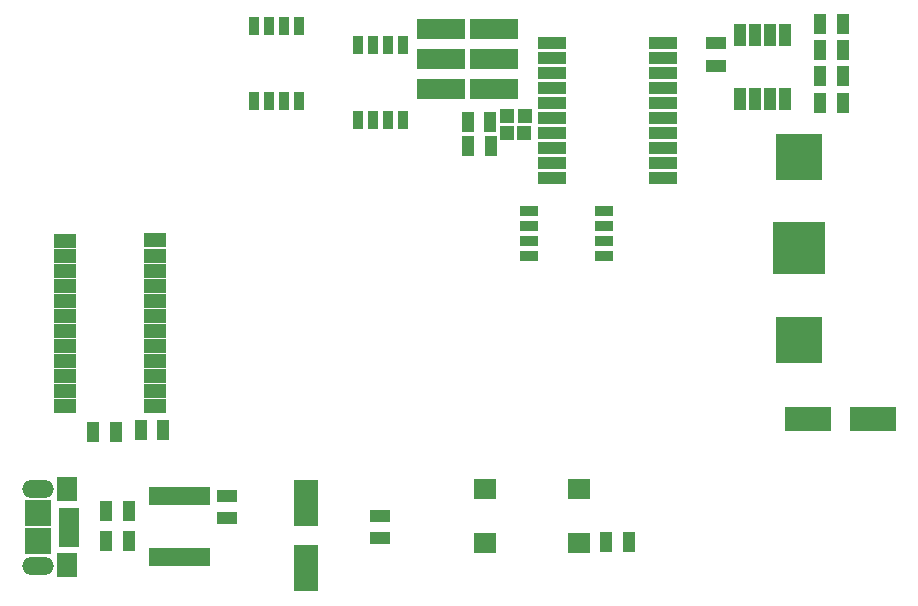
<source format=gbr>
G04 #@! TF.FileFunction,Soldermask,Top*
%FSLAX46Y46*%
G04 Gerber Fmt 4.6, Leading zero omitted, Abs format (unit mm)*
G04 Created by KiCad (PCBNEW (2016-05-05 BZR 6775)-product) date Saturday, June 04, 2016 'PMt' 10:04:22 PM*
%MOMM*%
%LPD*%
G01*
G04 APERTURE LIST*
%ADD10C,0.100000*%
%ADD11R,4.400000X4.400000*%
%ADD12R,4.000000X3.900000*%
%ADD13R,1.924000X1.162000*%
%ADD14R,4.080000X1.670000*%
%ADD15R,1.000000X1.950000*%
%ADD16R,3.999180X2.000200*%
%ADD17R,1.700000X1.100000*%
%ADD18R,1.100000X1.700000*%
%ADD19R,1.543000X0.908000*%
%ADD20R,2.350000X1.000000*%
%ADD21R,2.000200X3.999180*%
%ADD22R,0.908000X1.543000*%
%ADD23R,1.950000X1.700000*%
%ADD24R,1.197560X1.197560*%
%ADD25R,1.750000X0.800000*%
%ADD26R,1.800000X2.000000*%
%ADD27R,2.300000X2.300000*%
%ADD28O,2.700000X1.520000*%
%ADD29R,0.800000X1.600000*%
G04 APERTURE END LIST*
D10*
D11*
X167576500Y-122428000D03*
D12*
X167576500Y-130178000D03*
X167576500Y-114678000D03*
D13*
X113030000Y-135826500D03*
X113030000Y-134556500D03*
X113030000Y-133286500D03*
X113030000Y-132016500D03*
X113030000Y-130746500D03*
X113030000Y-129476500D03*
X113030000Y-128206500D03*
X113030000Y-126936500D03*
X113030000Y-125666500D03*
X113030000Y-124396500D03*
X113030000Y-123126500D03*
X113030000Y-121729500D03*
X105410000Y-135826500D03*
X105410000Y-134556500D03*
X105410000Y-133286500D03*
X105410000Y-132016500D03*
X105410000Y-130746500D03*
X105410000Y-129476500D03*
X105410000Y-128206500D03*
X105410000Y-126936500D03*
X105410000Y-125666500D03*
X105410000Y-124396500D03*
X105410000Y-123126500D03*
X105410000Y-121856500D03*
D14*
X141727000Y-103886000D03*
X141727000Y-106426000D03*
X141727000Y-108966000D03*
X137287000Y-108966000D03*
X137287000Y-106426000D03*
X137287000Y-103886000D03*
D15*
X166370000Y-104361000D03*
X165100000Y-104361000D03*
X163830000Y-104361000D03*
X162560000Y-104361000D03*
X162560000Y-109761000D03*
X163830000Y-109761000D03*
X165100000Y-109761000D03*
X166370000Y-109761000D03*
D16*
X168318180Y-136906000D03*
X173819820Y-136906000D03*
D17*
X132080000Y-145100000D03*
X132080000Y-147000000D03*
D18*
X111826000Y-137795000D03*
X113726000Y-137795000D03*
D19*
X151066500Y-119253000D03*
X151066500Y-120523000D03*
X151066500Y-121793000D03*
X151066500Y-123063000D03*
X144716500Y-123063000D03*
X144716500Y-121793000D03*
X144716500Y-120523000D03*
X144716500Y-119253000D03*
D20*
X146684000Y-105029000D03*
X146684000Y-106299000D03*
X146684000Y-107569000D03*
X146684000Y-108839000D03*
X146684000Y-110109000D03*
X146684000Y-111379000D03*
X146684000Y-112649000D03*
X146684000Y-113919000D03*
X146684000Y-115189000D03*
X146684000Y-116459000D03*
X156084000Y-116459000D03*
X156084000Y-115189000D03*
X156084000Y-113919000D03*
X156084000Y-112649000D03*
X156084000Y-111379000D03*
X156084000Y-110109000D03*
X156084000Y-108839000D03*
X156084000Y-107569000D03*
X156084000Y-106299000D03*
X156084000Y-105029000D03*
D21*
X125793500Y-143997680D03*
X125793500Y-149499320D03*
D22*
X134048500Y-111569500D03*
X132778500Y-111569500D03*
X131508500Y-111569500D03*
X130238500Y-111569500D03*
X130238500Y-105219500D03*
X131508500Y-105219500D03*
X132778500Y-105219500D03*
X134048500Y-105219500D03*
D18*
X169357000Y-103441500D03*
X171257000Y-103441500D03*
D23*
X140995500Y-147347500D03*
X140995500Y-142847500D03*
X148945500Y-142847500D03*
X148945500Y-147347500D03*
D18*
X139575500Y-113792000D03*
X141475500Y-113792000D03*
D24*
X142824200Y-112649000D03*
X144322800Y-112649000D03*
X142887700Y-111252000D03*
X144386300Y-111252000D03*
D18*
X139512000Y-111760000D03*
X141412000Y-111760000D03*
X153159500Y-147320000D03*
X151259500Y-147320000D03*
X171257000Y-105664000D03*
X169357000Y-105664000D03*
X171257000Y-107886500D03*
X169357000Y-107886500D03*
X107825500Y-137985500D03*
X109725500Y-137985500D03*
X108905000Y-144653000D03*
X110805000Y-144653000D03*
D22*
X125222000Y-109982000D03*
X123952000Y-109982000D03*
X122682000Y-109982000D03*
X121412000Y-109982000D03*
X121412000Y-103632000D03*
X122682000Y-103632000D03*
X123952000Y-103632000D03*
X125222000Y-103632000D03*
D18*
X108905000Y-147193000D03*
X110805000Y-147193000D03*
D25*
X105799000Y-147350000D03*
X105799000Y-146700000D03*
X105799000Y-144750000D03*
X105799000Y-145400000D03*
D26*
X105574000Y-142850000D03*
D27*
X103124000Y-144850000D03*
D28*
X103124000Y-142795000D03*
X103124000Y-149305000D03*
D27*
X103124000Y-147250000D03*
D26*
X105574000Y-149250000D03*
D25*
X105799000Y-146050000D03*
D17*
X119126000Y-143385500D03*
X119126000Y-145285500D03*
D29*
X112903000Y-148586500D03*
X113538000Y-148586500D03*
X114173000Y-148586500D03*
X114808000Y-148586500D03*
X115443000Y-148586500D03*
X116078000Y-148586500D03*
X116713000Y-148586500D03*
X117348000Y-148586500D03*
X117348000Y-143386500D03*
X116713000Y-143386500D03*
X116078000Y-143386500D03*
X115443000Y-143386500D03*
X114808000Y-143386500D03*
X114173000Y-143386500D03*
X113538000Y-143386500D03*
X112903000Y-143386500D03*
D18*
X171257000Y-110172500D03*
X169357000Y-110172500D03*
D17*
X160528000Y-105095000D03*
X160528000Y-106995000D03*
M02*

</source>
